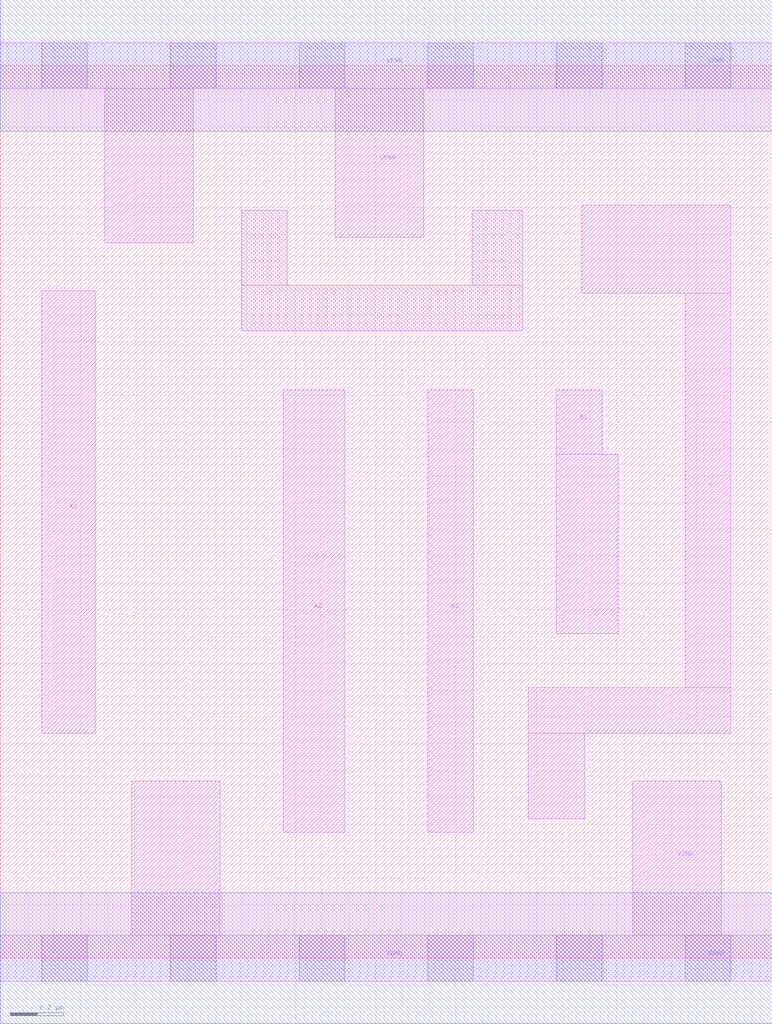
<source format=lef>
# Copyright 2020 The SkyWater PDK Authors
#
# Licensed under the Apache License, Version 2.0 (the "License");
# you may not use this file except in compliance with the License.
# You may obtain a copy of the License at
#
#     https://www.apache.org/licenses/LICENSE-2.0
#
# Unless required by applicable law or agreed to in writing, software
# distributed under the License is distributed on an "AS IS" BASIS,
# WITHOUT WARRANTIES OR CONDITIONS OF ANY KIND, either express or implied.
# See the License for the specific language governing permissions and
# limitations under the License.
#
# SPDX-License-Identifier: Apache-2.0

VERSION 5.7 ;
  NAMESCASESENSITIVE ON ;
  NOWIREEXTENSIONATPIN ON ;
  DIVIDERCHAR "/" ;
  BUSBITCHARS "[]" ;
UNITS
  DATABASE MICRONS 200 ;
END UNITS
MACRO sky130_fd_sc_lp__a31oi_m
  CLASS CORE ;
  SOURCE USER ;
  FOREIGN sky130_fd_sc_lp__a31oi_m ;
  ORIGIN  0.000000  0.000000 ;
  SIZE  2.880000 BY  3.330000 ;
  SYMMETRY X Y R90 ;
  SITE unit ;
  PIN A1
    ANTENNAGATEAREA  0.126000 ;
    DIRECTION INPUT ;
    USE SIGNAL ;
    PORT
      LAYER li1 ;
        RECT 1.595000 0.470000 1.765000 2.120000 ;
    END
  END A1
  PIN A2
    ANTENNAGATEAREA  0.126000 ;
    DIRECTION INPUT ;
    USE SIGNAL ;
    PORT
      LAYER li1 ;
        RECT 1.055000 0.470000 1.285000 2.120000 ;
    END
  END A2
  PIN A3
    ANTENNAGATEAREA  0.126000 ;
    DIRECTION INPUT ;
    USE SIGNAL ;
    PORT
      LAYER li1 ;
        RECT 0.155000 0.840000 0.355000 2.490000 ;
    END
  END A3
  PIN B1
    ANTENNAGATEAREA  0.126000 ;
    DIRECTION INPUT ;
    USE SIGNAL ;
    PORT
      LAYER li1 ;
        RECT 2.075000 1.210000 2.305000 1.880000 ;
        RECT 2.075000 1.880000 2.245000 2.120000 ;
    END
  END B1
  PIN Y
    ANTENNADIFFAREA  0.350700 ;
    DIRECTION OUTPUT ;
    USE SIGNAL ;
    PORT
      LAYER li1 ;
        RECT 1.970000 0.520000 2.180000 0.840000 ;
        RECT 1.970000 0.840000 2.725000 1.010000 ;
        RECT 2.170000 2.480000 2.725000 2.810000 ;
        RECT 2.555000 1.010000 2.725000 2.480000 ;
    END
  END Y
  PIN VGND
    DIRECTION INOUT ;
    USE GROUND ;
    PORT
      LAYER li1 ;
        RECT 0.000000 -0.085000 2.880000 0.085000 ;
        RECT 0.490000  0.085000 0.820000 0.660000 ;
        RECT 2.360000  0.085000 2.690000 0.660000 ;
      LAYER mcon ;
        RECT 0.155000 -0.085000 0.325000 0.085000 ;
        RECT 0.635000 -0.085000 0.805000 0.085000 ;
        RECT 1.115000 -0.085000 1.285000 0.085000 ;
        RECT 1.595000 -0.085000 1.765000 0.085000 ;
        RECT 2.075000 -0.085000 2.245000 0.085000 ;
        RECT 2.555000 -0.085000 2.725000 0.085000 ;
      LAYER met1 ;
        RECT 0.000000 -0.245000 2.880000 0.245000 ;
    END
  END VGND
  PIN VPWR
    DIRECTION INOUT ;
    USE POWER ;
    PORT
      LAYER li1 ;
        RECT 0.000000 3.245000 2.880000 3.415000 ;
        RECT 0.390000 2.670000 0.720000 3.245000 ;
        RECT 1.250000 2.690000 1.580000 3.245000 ;
      LAYER mcon ;
        RECT 0.155000 3.245000 0.325000 3.415000 ;
        RECT 0.635000 3.245000 0.805000 3.415000 ;
        RECT 1.115000 3.245000 1.285000 3.415000 ;
        RECT 1.595000 3.245000 1.765000 3.415000 ;
        RECT 2.075000 3.245000 2.245000 3.415000 ;
        RECT 2.555000 3.245000 2.725000 3.415000 ;
      LAYER met1 ;
        RECT 0.000000 3.085000 2.880000 3.575000 ;
    END
  END VPWR
  OBS
    LAYER li1 ;
      RECT 0.900000 2.340000 1.950000 2.510000 ;
      RECT 0.900000 2.510000 1.070000 2.790000 ;
      RECT 1.760000 2.510000 1.950000 2.790000 ;
  END
END sky130_fd_sc_lp__a31oi_m

</source>
